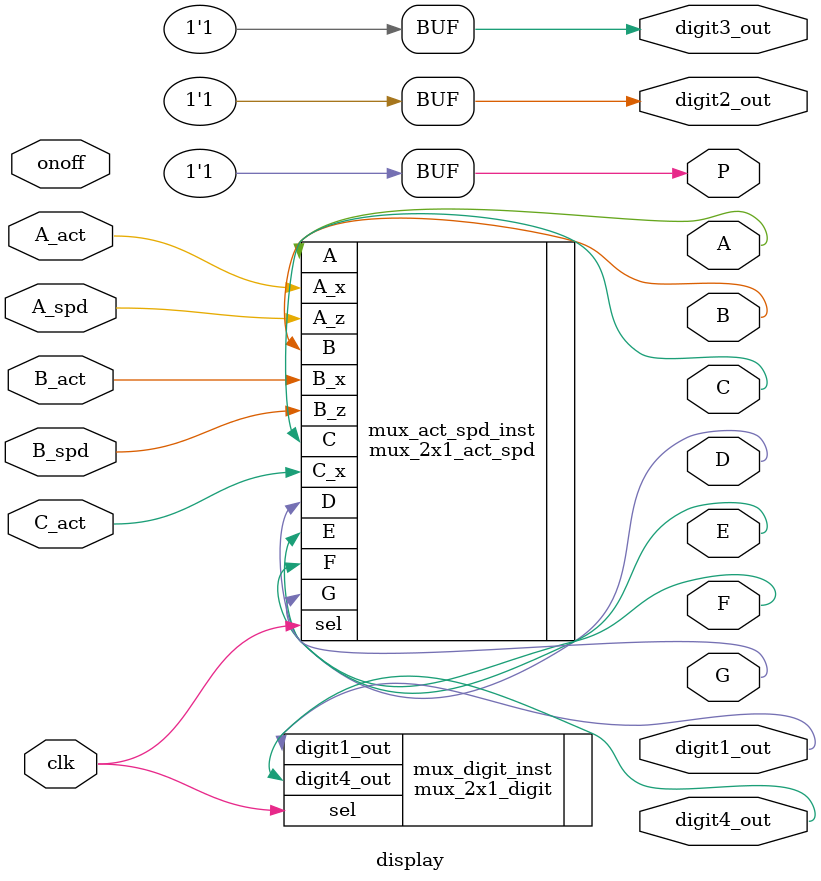
<source format=v>
module display (
	input clk, A_spd, B_spd, A_act, B_act, C_act, onoff,
	output A, B, C, D, E, F, G, P, digit1_out, digit2_out, digit3_out, digit4_out
);

	// Instanciação do multiplexador responsável por alternar as saídas de cada segmento.

	mux_2x1_act_spd mux_act_spd_inst (
		.sel(clk),
		.A(A),
		.B(B),
		.C(C),
		.D(D),
		.E(E),
		.F(F),
		.G(G),
		.A_x(A_act),
		.B_x(B_act),
		.C_x(C_act),
		.A_z(A_spd),
		.B_z(B_spd)
	);
	
	// Instanciação do módulo responsável por alternar o dígito ativo.
	
	mux_2x1_digit mux_digit_inst (
		.sel(clk),
		.digit1_out(digit1_out),
		.digit4_out(digit4_out)
	);
	
	// Desligar fixamente o segmento P (pontos) e os dígitos 2 e 3 do display.
	
	not (P, 1'b0);
	not (digit2_out, 1'b0);
	not (digit3_out, 1'b0);
	
endmodule
</source>
